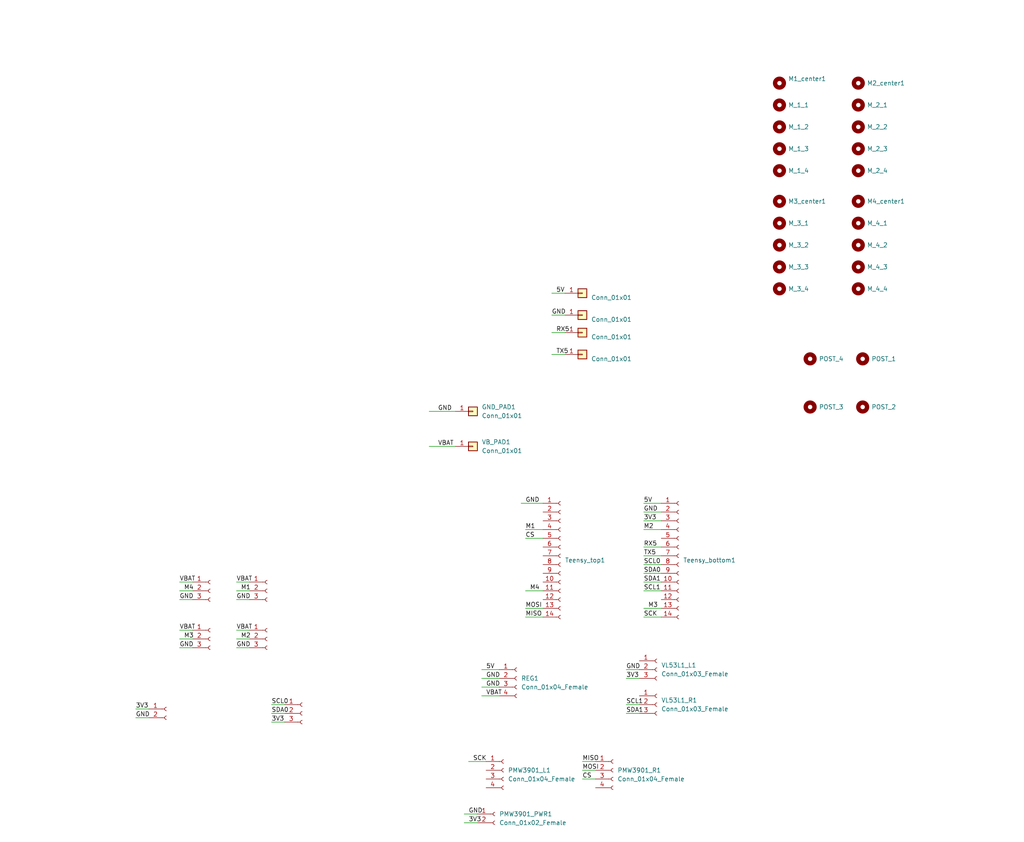
<source format=kicad_sch>
(kicad_sch (version 20250114) (generator "eeschema") (generator_version "9.0")
  (paper "User" 297.002 244.323)
  (lib_symbols
    (symbol "Connector:Conn_01x02_Female" (pin_names (offset 1.016) (hide yes))
      (property "Reference" "J" (at 0 2.54 0))
      (property "Value" "Conn_01x02_Female" (at 0 -5.08 0))
      (symbol "Conn_01x02_Female_1_1"
        (polyline (pts (xy -1.27 0) (xy -0.508 0)) (stroke (width 0.1524)))
        (polyline (pts (xy -1.27 -2.54) (xy -0.508 -2.54)) (stroke (width 0.1524)))
        (arc (start 0 -0.508) (mid -0.5058 0) (end 0 0.508) (stroke (width 0.1524)))
        (arc (start 0 -3.048) (mid -0.5058 -2.54) (end 0 -2.032) (stroke (width 0.1524)))
        (pin passive line (at -5.08 0 0) (length 3.81) (name "Pin_1") (number "1"))
        (pin passive line (at -5.08 -2.54 0) (length 3.81) (name "Pin_2") (number "2"))
      )
    )
    (symbol "Connector:Conn_01x03_Female" (pin_names (offset 1.016) (hide yes))
      (property "Reference" "J" (at 0 5.08 0))
      (property "Value" "Conn_01x03_Female" (at 0 -5.08 0))
      (symbol "Conn_01x03_Female_1_1"
        (polyline (pts (xy -1.27 2.54) (xy -0.508 2.54)) (stroke (width 0.1524)))
        (polyline (pts (xy -1.27 0) (xy -0.508 0)) (stroke (width 0.1524)))
        (polyline (pts (xy -1.27 -2.54) (xy -0.508 -2.54)) (stroke (width 0.1524)))
        (arc (start 0 2.032) (mid -0.5058 2.54) (end 0 3.048) (stroke (width 0.1524)))
        (arc (start 0 -0.508) (mid -0.5058 0) (end 0 0.508) (stroke (width 0.1524)))
        (arc (start 0 -3.048) (mid -0.5058 -2.54) (end 0 -2.032) (stroke (width 0.1524)))
        (pin passive line (at -5.08 2.54 0) (length 3.81) (name "Pin_1") (number "1"))
        (pin passive line (at -5.08 0 0) (length 3.81) (name "Pin_2") (number "2"))
        (pin passive line (at -5.08 -2.54 0) (length 3.81) (name "Pin_3") (number "3"))
      )
    )
    (symbol "Connector:Conn_01x04_Female" (pin_names (offset 1.016) (hide yes))
      (property "Reference" "J" (at 0 5.08 0))
      (property "Value" "Conn_01x04_Female" (at 0 -7.62 0))
      (symbol "Conn_01x04_Female_1_1"
        (polyline (pts (xy -1.27 2.54) (xy -0.508 2.54)) (stroke (width 0.1524)))
        (polyline (pts (xy -1.27 0) (xy -0.508 0)) (stroke (width 0.1524)))
        (polyline (pts (xy -1.27 -2.54) (xy -0.508 -2.54)) (stroke (width 0.1524)))
        (polyline (pts (xy -1.27 -5.08) (xy -0.508 -5.08)) (stroke (width 0.1524)))
        (arc (start 0 2.032) (mid -0.5058 2.54) (end 0 3.048) (stroke (width 0.1524)))
        (arc (start 0 -0.508) (mid -0.5058 0) (end 0 0.508) (stroke (width 0.1524)))
        (arc (start 0 -3.048) (mid -0.5058 -2.54) (end 0 -2.032) (stroke (width 0.1524)))
        (arc (start 0 -5.588) (mid -0.5058 -5.08) (end 0 -4.572) (stroke (width 0.1524)))
        (pin passive line (at -5.08 2.54 0) (length 3.81) (name "Pin_1") (number "1"))
        (pin passive line (at -5.08 0 0) (length 3.81) (name "Pin_2") (number "2"))
        (pin passive line (at -5.08 -2.54 0) (length 3.81) (name "Pin_3") (number "3"))
        (pin passive line (at -5.08 -5.08 0) (length 3.81) (name "Pin_4") (number "4"))
      )
    )
    (symbol "Connector:Conn_01x14_Female" (pin_names (offset 1.016) (hide yes))
      (property "Reference" "J" (at 0 17.78 0))
      (property "Value" "Conn_01x14_Female" (at 0 -20.32 0))
      (symbol "Conn_01x14_Female_1_1"
        (polyline (pts (xy -1.27 15.24) (xy -0.508 15.24)) (stroke (width 0.1524)))
        (polyline (pts (xy -1.27 12.7) (xy -0.508 12.7)) (stroke (width 0.1524)))
        (polyline (pts (xy -1.27 10.16) (xy -0.508 10.16)) (stroke (width 0.1524)))
        (polyline (pts (xy -1.27 7.62) (xy -0.508 7.62)) (stroke (width 0.1524)))
        (polyline (pts (xy -1.27 5.08) (xy -0.508 5.08)) (stroke (width 0.1524)))
        (polyline (pts (xy -1.27 2.54) (xy -0.508 2.54)) (stroke (width 0.1524)))
        (polyline (pts (xy -1.27 0) (xy -0.508 0)) (stroke (width 0.1524)))
        (polyline (pts (xy -1.27 -2.54) (xy -0.508 -2.54)) (stroke (width 0.1524)))
        (polyline (pts (xy -1.27 -5.08) (xy -0.508 -5.08)) (stroke (width 0.1524)))
        (polyline (pts (xy -1.27 -7.62) (xy -0.508 -7.62)) (stroke (width 0.1524)))
        (polyline (pts (xy -1.27 -10.16) (xy -0.508 -10.16)) (stroke (width 0.1524)))
        (polyline (pts (xy -1.27 -12.7) (xy -0.508 -12.7)) (stroke (width 0.1524)))
        (polyline (pts (xy -1.27 -15.24) (xy -0.508 -15.24)) (stroke (width 0.1524)))
        (polyline (pts (xy -1.27 -17.78) (xy -0.508 -17.78)) (stroke (width 0.1524)))
        (arc (start 0 14.732) (mid -0.5058 15.24) (end 0 15.748) (stroke (width 0.1524)))
        (arc (start 0 12.192) (mid -0.5058 12.7) (end 0 13.208) (stroke (width 0.1524)))
        (arc (start 0 9.652) (mid -0.5058 10.16) (end 0 10.668) (stroke (width 0.1524)))
        (arc (start 0 7.112) (mid -0.5058 7.62) (end 0 8.128) (stroke (width 0.1524)))
        (arc (start 0 4.572) (mid -0.5058 5.08) (end 0 5.588) (stroke (width 0.1524)))
        (arc (start 0 2.032) (mid -0.5058 2.54) (end 0 3.048) (stroke (width 0.1524)))
        (arc (start 0 -0.508) (mid -0.5058 0) (end 0 0.508) (stroke (width 0.1524)))
        (arc (start 0 -3.048) (mid -0.5058 -2.54) (end 0 -2.032) (stroke (width 0.1524)))
        (arc (start 0 -5.588) (mid -0.5058 -5.08) (end 0 -4.572) (stroke (width 0.1524)))
        (arc (start 0 -8.128) (mid -0.5058 -7.62) (end 0 -7.112) (stroke (width 0.1524)))
        (arc (start 0 -10.668) (mid -0.5058 -10.16) (end 0 -9.652) (stroke (width 0.1524)))
        (arc (start 0 -13.208) (mid -0.5058 -12.7) (end 0 -12.192) (stroke (width 0.1524)))
        (arc (start 0 -15.748) (mid -0.5058 -15.24) (end 0 -14.732) (stroke (width 0.1524)))
        (arc (start 0 -18.288) (mid -0.5058 -17.78) (end 0 -17.272) (stroke (width 0.1524)))
        (pin passive line (at -5.08 15.24 0) (length 3.81) (name "Pin_1") (number "1"))
        (pin passive line (at -5.08 12.7 0) (length 3.81) (name "Pin_2") (number "2"))
        (pin passive line (at -5.08 10.16 0) (length 3.81) (name "Pin_3") (number "3"))
        (pin passive line (at -5.08 7.62 0) (length 3.81) (name "Pin_4") (number "4"))
        (pin passive line (at -5.08 5.08 0) (length 3.81) (name "Pin_5") (number "5"))
        (pin passive line (at -5.08 2.54 0) (length 3.81) (name "Pin_6") (number "6"))
        (pin passive line (at -5.08 0 0) (length 3.81) (name "Pin_7") (number "7"))
        (pin passive line (at -5.08 -2.54 0) (length 3.81) (name "Pin_8") (number "8"))
        (pin passive line (at -5.08 -5.08 0) (length 3.81) (name "Pin_9") (number "9"))
        (pin passive line (at -5.08 -7.62 0) (length 3.81) (name "Pin_10") (number "10"))
        (pin passive line (at -5.08 -10.16 0) (length 3.81) (name "Pin_11") (number "11"))
        (pin passive line (at -5.08 -12.7 0) (length 3.81) (name "Pin_12") (number "12"))
        (pin passive line (at -5.08 -15.24 0) (length 3.81) (name "Pin_13") (number "13"))
        (pin passive line (at -5.08 -17.78 0) (length 3.81) (name "Pin_14") (number "14"))
      )
    )
    (symbol "Connector_Generic:Conn_01x01" (pin_names (offset 1.016) (hide yes))
      (property "Reference" "J" (at 0 2.54 0))
      (property "Value" "Conn_01x01" (at 0 -2.54 0))
      (symbol "Conn_01x01_1_1"
        (rectangle (start -1.27 1.27) (end 1.27 -1.27) (stroke (width 0.254)) (fill (type background)))
        (rectangle (start -1.27 0.127) (end 0 -0.127) (stroke (width 0.1524)))
        (pin passive line (at -5.08 0 0) (length 3.81) (name "Pin_1") (number "1"))
      )
    )
    (symbol "Mechanical:MountingHole" (pin_names (offset 1.016))
      (property "Reference" "H" (at 0 5.08 0))
      (property "Value" "MountingHole" (at 0 3.175 0))
      (symbol "MountingHole_0_1"
        (circle (center 0 0) (radius 1.27) (stroke (width 1.27)))
      )
    )
  )
  (wire (pts (xy 181.61 207.01) (xy 185.42 207.01)))
  (wire (pts (xy 124.46 119.38) (xy 132.08 119.38)))
  (wire (pts (xy 186.69 171.45) (xy 191.77 171.45)))
  (wire (pts (xy 139.7 194.31) (xy 144.78 194.31)))
  (wire (pts (xy 186.69 179.07) (xy 191.77 179.07)))
  (wire (pts (xy 152.4 179.07) (xy 157.48 179.07)))
  (wire (pts (xy 134.62 238.76) (xy 138.43 238.76)))
  (wire (pts (xy 52.07 173.99) (xy 55.88 173.99)))
  (wire (pts (xy 135.89 220.98) (xy 140.97 220.98)))
  (wire (pts (xy 186.69 168.91) (xy 191.77 168.91)))
  (wire (pts (xy 152.4 153.67) (xy 157.48 153.67)))
  (wire (pts (xy 39.37 208.28) (xy 43.18 208.28)))
  (wire (pts (xy 160.02 91.44) (xy 163.83 91.44)))
  (wire (pts (xy 134.62 236.22) (xy 138.43 236.22)))
  (wire (pts (xy 160.02 102.87) (xy 163.83 102.87)))
  (wire (pts (xy 52.07 187.96) (xy 55.88 187.96)))
  (wire (pts (xy 186.69 158.75) (xy 191.77 158.75)))
  (wire (pts (xy 139.7 196.85) (xy 144.78 196.85)))
  (wire (pts (xy 68.58 185.42) (xy 72.39 185.42)))
  (wire (pts (xy 68.58 182.88) (xy 72.39 182.88)))
  (wire (pts (xy 160.02 96.52) (xy 163.83 96.52)))
  (wire (pts (xy 186.69 153.67) (xy 191.77 153.67)))
  (wire (pts (xy 39.37 205.74) (xy 43.18 205.74)))
  (wire (pts (xy 186.69 176.53) (xy 191.77 176.53)))
  (wire (pts (xy 168.91 220.98) (xy 172.72 220.98)))
  (wire (pts (xy 78.74 204.47) (xy 82.55 204.47)))
  (wire (pts (xy 78.74 207.01) (xy 82.55 207.01)))
  (wire (pts (xy 124.46 129.54) (xy 132.08 129.54)))
  (wire (pts (xy 186.69 163.83) (xy 191.77 163.83)))
  (wire (pts (xy 139.7 201.93) (xy 144.78 201.93)))
  (wire (pts (xy 186.69 146.05) (xy 191.77 146.05)))
  (wire (pts (xy 186.69 161.29) (xy 191.77 161.29)))
  (wire (pts (xy 186.69 148.59) (xy 191.77 148.59)))
  (wire (pts (xy 181.61 194.31) (xy 185.42 194.31)))
  (wire (pts (xy 181.61 204.47) (xy 185.42 204.47)))
  (wire (pts (xy 152.4 171.45) (xy 157.48 171.45)))
  (wire (pts (xy 186.69 151.13) (xy 191.77 151.13)))
  (wire (pts (xy 52.07 185.42) (xy 55.88 185.42)))
  (wire (pts (xy 186.69 166.37) (xy 191.77 166.37)))
  (wire (pts (xy 52.07 168.91) (xy 55.88 168.91)))
  (wire (pts (xy 68.58 173.99) (xy 72.39 173.99)))
  (wire (pts (xy 168.91 223.52) (xy 172.72 223.52)))
  (wire (pts (xy 181.61 196.85) (xy 185.42 196.85)))
  (wire (pts (xy 152.4 176.53) (xy 157.48 176.53)))
  (wire (pts (xy 168.91 226.06) (xy 172.72 226.06)))
  (wire (pts (xy 160.02 85.09) (xy 163.83 85.09)))
  (wire (pts (xy 78.74 209.55) (xy 82.55 209.55)))
  (wire (pts (xy 52.07 171.45) (xy 55.88 171.45)))
  (wire (pts (xy 68.58 171.45) (xy 72.39 171.45)))
  (wire (pts (xy 151.13 146.05) (xy 157.48 146.05)))
  (wire (pts (xy 68.58 168.91) (xy 72.39 168.91)))
  (wire (pts (xy 152.4 156.21) (xy 157.48 156.21)))
  (wire (pts (xy 68.58 187.96) (xy 72.39 187.96)))
  (wire (pts (xy 139.7 199.39) (xy 144.78 199.39)))
  (wire (pts (xy 52.07 182.88) (xy 55.88 182.88)))
  (label "SCL0" (at 186.69 163.83 0))
  (label "GND" (at 52.07 173.99 0))
  (label "5V" (at 186.69 146.05 0))
  (label "SDA1" (at 186.69 168.91 0))
  (label "M1" (at 69.85 171.45 0))
  (label "RX5" (at 186.69 158.75 0))
  (label "MISO" (at 152.4 179.07 0))
  (label "GND" (at 181.61 194.31 0))
  (label "SCL1" (at 181.61 204.47 0))
  (label "SCK" (at 186.69 179.07 0))
  (label "VBAT" (at 52.07 168.91 0))
  (label "TX5" (at 186.69 161.29 0))
  (label "3V3" (at 186.69 151.13 0))
  (label "GND" (at 52.07 187.96 0))
  (label "SCL0" (at 78.74 204.47 0))
  (label "VBAT" (at 127 129.54 0))
  (label "5V" (at 161.29 85.09 0))
  (label "3V3" (at 181.61 196.85 0))
  (label "SCK" (at 137.16 220.98 0))
  (label "CS" (at 152.4 156.21 0))
  (label "VBAT" (at 68.58 168.91 0))
  (label "RX5" (at 161.29 96.52 0))
  (label "3V3" (at 39.37 205.74 0))
  (label "GND" (at 152.4 146.05 0))
  (label "MOSI" (at 168.91 223.52 0))
  (label "M2" (at 69.85 185.42 0))
  (label "GND" (at 186.69 148.59 0))
  (label "3V3" (at 78.74 209.55 0))
  (label "GND" (at 160.02 91.44 0))
  (label "MISO" (at 168.91 220.98 0))
  (label "M4" (at 53.34 171.45 0))
  (label "GND" (at 140.97 196.85 0))
  (label "SCL1" (at 186.69 171.45 0))
  (label "CS" (at 168.91 226.06 0))
  (label "VBAT" (at 52.07 182.88 0))
  (label "VBAT" (at 68.58 182.88 0))
  (label "M3" (at 53.34 185.42 0))
  (label "GND" (at 127 119.38 0))
  (label "M4" (at 153.67 171.45 0))
  (label "VBAT" (at 140.97 201.93 0))
  (label "GND" (at 68.58 187.96 0))
  (label "SDA0" (at 78.74 207.01 0))
  (label "3V3" (at 135.89 238.76 0))
  (label "SDA1" (at 181.61 207.01 0))
  (label "TX5" (at 161.29 102.87 0))
  (label "GND" (at 39.37 208.28 0))
  (label "M3" (at 187.96 176.53 0))
  (label "GND" (at 140.97 199.39 0))
  (label "GND" (at 68.58 173.99 0))
  (label "GND" (at 135.89 236.22 0))
  (label "M1" (at 152.4 153.67 0))
  (label "SDA0" (at 186.69 166.37 0))
  (label "MOSI" (at 152.4 176.53 0))
  (label "5V" (at 140.97 194.31 0))
  (label "M2" (at 186.69 153.67 0))
  (symbol (lib_id "Mechanical:MountingHole") (at 250.19 104.14 0) (unit 1)
    (property "Reference" "POST_1" (at 252.73 104.1399 0) (effects (justify left)))
    (property "Value" "MountingHole" (effects (hide yes)))
    (property "Footprint" "MountingHole:MountingHole_2.2mm_M2" (effects (hide yes)))
    (property "Description" "Mounting Hole without connection" (effects (hide yes)))
  )
  (symbol (lib_id "Connector_Generic:Conn_01x01") (at 168.91 91.44 0) (unit 1)
    (property "Reference" "GND_PAD18" (effects (hide yes)))
    (property "Value" "Conn_01x01" (at 171.45 92.7099 0) (effects (justify left)))
    (property "Footprint" "Connector_Wire:SolderWirePad_1x01_SMD_5x10mm" (effects (hide yes)))
    (property "Description" "Generic connector, single row, 01x01, script generated (kicad-library-utils/schlib/autogen/connector/)" (effects (hide yes)))
  )
  (symbol (lib_id "Mechanical:MountingHole") (at 248.92 58.42 0) (unit 1)
    (property "Reference" "M4_center1" (at 251.46 58.4199 0) (effects (justify left)))
    (property "Value" "MountingHole" (effects (hide yes)))
    (property "Footprint" "MountingHole:MountingHole_5.5mm" (effects (hide yes)))
    (property "Description" "Mounting Hole without connection" (effects (hide yes)))
  )
  (symbol (lib_id "Mechanical:MountingHole") (at 226.06 43.18 0) (unit 1)
    (property "Reference" "M_1_3" (at 228.6 43.1799 0) (effects (justify left)))
    (property "Value" "MountingHole" (effects (hide yes)))
    (property "Footprint" "MountingHole:MountingHole_2.2mm_M2" (effects (hide yes)))
    (property "Description" "Mounting Hole without connection" (effects (hide yes)))
  )
  (symbol (lib_id "Mechanical:MountingHole") (at 226.06 77.47 0) (unit 1)
    (property "Reference" "M_3_3" (at 228.6 77.4699 0) (effects (justify left)))
    (property "Value" "MountingHole" (effects (hide yes)))
    (property "Footprint" "MountingHole:MountingHole_2.2mm_M2" (effects (hide yes)))
    (property "Description" "Mounting Hole without connection" (effects (hide yes)))
  )
  (symbol (lib_id "Connector:Conn_01x04_Female") (at 177.8 223.52 0) (unit 1)
    (property "Reference" "PMW3901_R1" (at 179.07 223.5199 0) (effects (justify left)))
    (property "Value" "Conn_01x04_Female" (at 179.07 226.0599 0) (effects (justify left)))
    (property "Footprint" "Connector_PinSocket_2.54mm:PinSocket_1x04_P2.54mm_Vertical" (effects (hide yes)))
    (property "Description" "Generic connector, single row, 01x04, script generated (kicad-library-utils/schlib/autogen/connector/)" (effects (hide yes)))
  )
  (symbol (lib_id "Connector_Generic:Conn_01x01") (at 168.91 102.87 0) (unit 1)
    (property "Reference" "GND_PAD21" (effects (hide yes)))
    (property "Value" "Conn_01x01" (at 171.45 104.1399 0) (effects (justify left)))
    (property "Footprint" "Connector_Wire:SolderWirePad_1x01_SMD_5x10mm" (effects (hide yes)))
    (property "Description" "Generic connector, single row, 01x01, script generated (kicad-library-utils/schlib/autogen/connector/)" (effects (hide yes)))
  )
  (symbol (lib_id "Connector:Conn_01x04_Female") (at 149.86 196.85 0) (unit 1)
    (property "Reference" "REG1" (at 151.13 196.8499 0) (effects (justify left)))
    (property "Value" "Conn_01x04_Female" (at 151.13 199.3899 0) (effects (justify left)))
    (property "Footprint" "Connector_PinSocket_2.54mm:PinSocket_1x04_P2.54mm_Vertical" (effects (hide yes)))
    (property "Description" "Generic connector, single row, 01x04, script generated (kicad-library-utils/schlib/autogen/connector/)" (effects (hide yes)))
  )
  (symbol (lib_id "Mechanical:MountingHole") (at 226.06 71.12 0) (unit 1)
    (property "Reference" "M_3_2" (at 228.6 71.1199 0) (effects (justify left)))
    (property "Value" "MountingHole" (effects (hide yes)))
    (property "Footprint" "MountingHole:MountingHole_2.2mm_M2" (effects (hide yes)))
    (property "Description" "Mounting Hole without connection" (effects (hide yes)))
  )
  (symbol (lib_id "Mechanical:MountingHole") (at 226.06 24.13 0) (unit 1)
    (property "Reference" "M1_center1" (at 228.6 22.8599 0) (effects (justify left)))
    (property "Value" "MountingHole" (effects (hide yes)))
    (property "Footprint" "MountingHole:MountingHole_5.5mm" (effects (hide yes)))
    (property "Description" "Mounting Hole without connection" (effects (hide yes)))
  )
  (symbol (lib_id "Connector_Generic:Conn_01x01") (at 168.91 96.52 0) (unit 1)
    (property "Reference" "GND_PAD20" (effects (hide yes)))
    (property "Value" "Conn_01x01" (at 171.45 97.7899 0) (effects (justify left)))
    (property "Footprint" "Connector_Wire:SolderWirePad_1x01_SMD_5x10mm" (effects (hide yes)))
    (property "Description" "Generic connector, single row, 01x01, script generated (kicad-library-utils/schlib/autogen/connector/)" (effects (hide yes)))
  )
  (symbol (lib_id "Connector:Conn_01x03_Female") (at 77.47 171.45 0) (unit 1)
    (property "Reference" "VL53L1_L2" (effects (hide yes)))
    (property "Value" "Conn_01x03_Female" (effects (hide yes)))
    (property "Footprint" "Connector_PinHeader_2.54mm:PinHeader_1x03_P2.54mm_Vertical" (effects (hide yes)))
    (property "Description" "Generic connector, single row, 01x03, script generated (kicad-library-utils/schlib/autogen/connector/)" (effects (hide yes)))
  )
  (symbol (lib_id "Connector_Generic:Conn_01x01") (at 137.16 129.54 0) (unit 1)
    (property "Reference" "VB_PAD1" (at 139.7 128.2699 0) (effects (justify left)))
    (property "Value" "Conn_01x01" (at 139.7 130.8099 0) (effects (justify left)))
    (property "Footprint" "Connector_Wire:SolderWirePad_1x01_SMD_5x10mm" (effects (hide yes)))
    (property "Description" "Generic connector, single row, 01x01, script generated (kicad-library-utils/schlib/autogen/connector/)" (effects (hide yes)))
  )
  (symbol (lib_id "Connector:Conn_01x03_Female") (at 190.5 194.31 0) (unit 1)
    (property "Reference" "VL53L1_L1" (at 191.77 193.0399 0) (effects (justify left)))
    (property "Value" "Conn_01x03_Female" (at 191.77 195.5799 0) (effects (justify left)))
    (property "Footprint" "Connector_PinHeader_2.54mm:PinHeader_1x03_P2.54mm_Vertical" (effects (hide yes)))
    (property "Description" "Generic connector, single row, 01x03, script generated (kicad-library-utils/schlib/autogen/connector/)" (effects (hide yes)))
  )
  (symbol (lib_id "Connector:Conn_01x02_Female") (at 48.26 205.74 0) (unit 1)
    (property "Reference" "PMW3901_PWR2" (effects (hide yes)))
    (property "Value" "Conn_01x02_Female" (effects (hide yes)))
    (property "Footprint" "Connector_PinHeader_2.54mm:PinHeader_1x02_P2.54mm_Vertical" (effects (hide yes)))
    (property "Description" "Generic connector, single row, 01x02, script generated (kicad-library-utils/schlib/autogen/connector/)" (effects (hide yes)))
  )
  (symbol (lib_id "Connector:Conn_01x14_Female") (at 162.56 161.29 0) (unit 1)
    (property "Reference" "Teensy_top1" (at 163.83 162.5599 0) (effects (justify left)))
    (property "Value" "Conn_01x14_Female" (effects (hide yes)))
    (property "Footprint" "Connector_PinSocket_2.54mm:PinSocket_1x14_P2.54mm_Vertical" (effects (hide yes)))
    (property "Description" "Generic connector, single row, 01x14, script generated (kicad-library-utils/schlib/autogen/connector/)" (effects (hide yes)))
  )
  (symbol (lib_id "Connector:Conn_01x03_Female") (at 77.47 185.42 0) (unit 1)
    (property "Reference" "VL53L1_L3" (effects (hide yes)))
    (property "Value" "Conn_01x03_Female" (effects (hide yes)))
    (property "Footprint" "Connector_PinHeader_2.54mm:PinHeader_1x03_P2.54mm_Vertical" (effects (hide yes)))
    (property "Description" "Generic connector, single row, 01x03, script generated (kicad-library-utils/schlib/autogen/connector/)" (effects (hide yes)))
  )
  (symbol (lib_id "Mechanical:MountingHole") (at 248.92 77.47 0) (unit 1)
    (property "Reference" "M_4_3" (at 251.46 77.4699 0) (effects (justify left)))
    (property "Value" "MountingHole" (effects (hide yes)))
    (property "Footprint" "MountingHole:MountingHole_2.2mm_M2" (effects (hide yes)))
    (property "Description" "Mounting Hole without connection" (effects (hide yes)))
  )
  (symbol (lib_id "Mechanical:MountingHole") (at 248.92 49.53 0) (unit 1)
    (property "Reference" "M_2_4" (at 251.46 49.5299 0) (effects (justify left)))
    (property "Value" "MountingHole" (effects (hide yes)))
    (property "Footprint" "MountingHole:MountingHole_2.2mm_M2" (effects (hide yes)))
    (property "Description" "Mounting Hole without connection" (effects (hide yes)))
  )
  (symbol (lib_id "Mechanical:MountingHole") (at 248.92 83.82 0) (unit 1)
    (property "Reference" "M_4_4" (at 251.46 83.8199 0) (effects (justify left)))
    (property "Value" "MountingHole" (effects (hide yes)))
    (property "Footprint" "MountingHole:MountingHole_2.2mm_M2" (effects (hide yes)))
    (property "Description" "Mounting Hole without connection" (effects (hide yes)))
  )
  (symbol (lib_id "Mechanical:MountingHole") (at 226.06 64.77 0) (unit 1)
    (property "Reference" "M_3_1" (at 228.6 64.7699 0) (effects (justify left)))
    (property "Value" "MountingHole" (effects (hide yes)))
    (property "Footprint" "MountingHole:MountingHole_2.2mm_M2" (effects (hide yes)))
    (property "Description" "Mounting Hole without connection" (effects (hide yes)))
  )
  (symbol (lib_id "Mechanical:MountingHole") (at 226.06 30.48 0) (unit 1)
    (property "Reference" "M_1_1" (at 228.6 30.4799 0) (effects (justify left)))
    (property "Value" "MountingHole" (effects (hide yes)))
    (property "Footprint" "MountingHole:MountingHole_2.2mm_M2" (effects (hide yes)))
    (property "Description" "Mounting Hole without connection" (effects (hide yes)))
  )
  (symbol (lib_id "Connector:Conn_01x03_Female") (at 87.63 207.01 0) (unit 1)
    (property "Reference" "Motor5" (effects (hide yes)))
    (property "Value" "Conn_01x03_Female" (effects (hide yes)))
    (property "Footprint" "Connector_PinHeader_2.54mm:PinHeader_1x03_P2.54mm_Vertical" (effects (hide yes)))
    (property "Description" "Generic connector, single row, 01x03, script generated (kicad-library-utils/schlib/autogen/connector/)" (effects (hide yes)))
  )
  (symbol (lib_id "Connector:Conn_01x03_Female") (at 190.5 204.47 0) (unit 1)
    (property "Reference" "VL53L1_R1" (at 191.77 203.1999 0) (effects (justify left)))
    (property "Value" "Conn_01x03_Female" (at 191.77 205.7399 0) (effects (justify left)))
    (property "Footprint" "Connector_PinHeader_2.54mm:PinHeader_1x03_P2.54mm_Vertical" (effects (hide yes)))
    (property "Description" "Generic connector, single row, 01x03, script generated (kicad-library-utils/schlib/autogen/connector/)" (effects (hide yes)))
  )
  (symbol (lib_id "Mechanical:MountingHole") (at 234.95 104.14 0) (unit 1)
    (property "Reference" "POST_4" (at 237.49 104.1399 0) (effects (justify left)))
    (property "Value" "MountingHole" (effects (hide yes)))
    (property "Footprint" "MountingHole:MountingHole_2.2mm_M2" (effects (hide yes)))
    (property "Description" "Mounting Hole without connection" (effects (hide yes)))
  )
  (symbol (lib_id "Connector:Conn_01x04_Female") (at 146.05 223.52 0) (unit 1)
    (property "Reference" "PMW3901_L1" (at 147.32 223.5199 0) (effects (justify left)))
    (property "Value" "Conn_01x04_Female" (at 147.32 226.0599 0) (effects (justify left)))
    (property "Footprint" "Connector_PinSocket_2.54mm:PinSocket_1x04_P2.54mm_Vertical" (effects (hide yes)))
    (property "Description" "Generic connector, single row, 01x04, script generated (kicad-library-utils/schlib/autogen/connector/)" (effects (hide yes)))
  )
  (symbol (lib_id "Mechanical:MountingHole") (at 248.92 24.13 0) (unit 1)
    (property "Reference" "M2_center1" (at 251.46 24.1299 0) (effects (justify left)))
    (property "Value" "MountingHole" (effects (hide yes)))
    (property "Footprint" "MountingHole:MountingHole_5.5mm" (effects (hide yes)))
    (property "Description" "Mounting Hole without connection" (effects (hide yes)))
  )
  (symbol (lib_id "Connector:Conn_01x14_Female") (at 196.85 161.29 0) (unit 1)
    (property "Reference" "Teensy_bottom1" (at 198.12 162.5599 0) (effects (justify left)))
    (property "Value" "Conn_01x14_Female" (effects (hide yes)))
    (property "Footprint" "Connector_PinSocket_2.54mm:PinSocket_1x14_P2.54mm_Vertical" (effects (hide yes)))
    (property "Description" "Generic connector, single row, 01x14, script generated (kicad-library-utils/schlib/autogen/connector/)" (effects (hide yes)))
  )
  (symbol (lib_id "Mechanical:MountingHole") (at 248.92 43.18 0) (unit 1)
    (property "Reference" "M_2_3" (at 251.46 43.1799 0) (effects (justify left)))
    (property "Value" "MountingHole" (effects (hide yes)))
    (property "Footprint" "MountingHole:MountingHole_2.2mm_M2" (effects (hide yes)))
    (property "Description" "Mounting Hole without connection" (effects (hide yes)))
  )
  (symbol (lib_id "Connector:Conn_01x03_Female") (at 60.96 185.42 0) (unit 1)
    (property "Reference" "VL53L1_L5" (effects (hide yes)))
    (property "Value" "Conn_01x03_Female" (effects (hide yes)))
    (property "Footprint" "Connector_PinHeader_2.54mm:PinHeader_1x03_P2.54mm_Vertical" (effects (hide yes)))
    (property "Description" "Generic connector, single row, 01x03, script generated (kicad-library-utils/schlib/autogen/connector/)" (effects (hide yes)))
  )
  (symbol (lib_id "Connector:Conn_01x02_Female") (at 143.51 236.22 0) (unit 1)
    (property "Reference" "PMW3901_PWR1" (at 144.78 236.2199 0) (effects (justify left)))
    (property "Value" "Conn_01x02_Female" (at 144.78 238.7599 0) (effects (justify left)))
    (property "Footprint" "Connector_PinHeader_2.54mm:PinHeader_1x02_P2.54mm_Vertical" (effects (hide yes)))
    (property "Description" "Generic connector, single row, 01x02, script generated (kicad-library-utils/schlib/autogen/connector/)" (effects (hide yes)))
  )
  (symbol (lib_id "Mechanical:MountingHole") (at 248.92 64.77 0) (unit 1)
    (property "Reference" "M_4_1" (at 251.46 64.7699 0) (effects (justify left)))
    (property "Value" "MountingHole" (effects (hide yes)))
    (property "Footprint" "MountingHole:MountingHole_2.2mm_M2" (effects (hide yes)))
    (property "Description" "Mounting Hole without connection" (effects (hide yes)))
  )
  (symbol (lib_id "Mechanical:MountingHole") (at 226.06 36.83 0) (unit 1)
    (property "Reference" "M_1_2" (at 228.6 36.8299 0) (effects (justify left)))
    (property "Value" "MountingHole" (effects (hide yes)))
    (property "Footprint" "MountingHole:MountingHole_2.2mm_M2" (effects (hide yes)))
    (property "Description" "Mounting Hole without connection" (effects (hide yes)))
  )
  (symbol (lib_id "Connector_Generic:Conn_01x01") (at 168.91 85.09 0) (unit 1)
    (property "Reference" "GND_PAD19" (effects (hide yes)))
    (property "Value" "Conn_01x01" (at 171.45 86.3599 0) (effects (justify left)))
    (property "Footprint" "Connector_Wire:SolderWirePad_1x01_SMD_5x10mm" (effects (hide yes)))
    (property "Description" "Generic connector, single row, 01x01, script generated (kicad-library-utils/schlib/autogen/connector/)" (effects (hide yes)))
  )
  (symbol (lib_id "Mechanical:MountingHole") (at 248.92 71.12 0) (unit 1)
    (property "Reference" "M_4_2" (at 251.46 71.1199 0) (effects (justify left)))
    (property "Value" "MountingHole" (effects (hide yes)))
    (property "Footprint" "MountingHole:MountingHole_2.2mm_M2" (effects (hide yes)))
    (property "Description" "Mounting Hole without connection" (effects (hide yes)))
  )
  (symbol (lib_id "Mechanical:MountingHole") (at 226.06 83.82 0) (unit 1)
    (property "Reference" "M_3_4" (at 228.6 83.8199 0) (effects (justify left)))
    (property "Value" "MountingHole" (effects (hide yes)))
    (property "Footprint" "MountingHole:MountingHole_2.2mm_M2" (effects (hide yes)))
    (property "Description" "Mounting Hole without connection" (effects (hide yes)))
  )
  (symbol (lib_id "Mechanical:MountingHole") (at 250.19 118.11 0) (unit 1)
    (property "Reference" "POST_2" (at 252.73 118.1099 0) (effects (justify left)))
    (property "Value" "MountingHole" (effects (hide yes)))
    (property "Footprint" "MountingHole:MountingHole_2.2mm_M2" (effects (hide yes)))
    (property "Description" "Mounting Hole without connection" (effects (hide yes)))
  )
  (symbol (lib_id "Connector:Conn_01x03_Female") (at 60.96 171.45 0) (unit 1)
    (property "Reference" "VL53L1_L4" (effects (hide yes)))
    (property "Value" "Conn_01x03_Female" (effects (hide yes)))
    (property "Footprint" "Connector_PinHeader_2.54mm:PinHeader_1x03_P2.54mm_Vertical" (effects (hide yes)))
    (property "Description" "Generic connector, single row, 01x03, script generated (kicad-library-utils/schlib/autogen/connector/)" (effects (hide yes)))
  )
  (symbol (lib_id "Mechanical:MountingHole") (at 248.92 36.83 0) (unit 1)
    (property "Reference" "M_2_2" (at 251.46 36.8299 0) (effects (justify left)))
    (property "Value" "MountingHole" (effects (hide yes)))
    (property "Footprint" "MountingHole:MountingHole_2.2mm_M2" (effects (hide yes)))
    (property "Description" "Mounting Hole without connection" (effects (hide yes)))
  )
  (symbol (lib_id "Mechanical:MountingHole") (at 234.95 118.11 0) (unit 1)
    (property "Reference" "POST_3" (at 237.49 118.1099 0) (effects (justify left)))
    (property "Value" "MountingHole" (effects (hide yes)))
    (property "Footprint" "MountingHole:MountingHole_2.2mm_M2" (effects (hide yes)))
    (property "Description" "Mounting Hole without connection" (effects (hide yes)))
  )
  (symbol (lib_id "Connector_Generic:Conn_01x01") (at 137.16 119.38 0) (unit 1)
    (property "Reference" "GND_PAD1" (at 139.7 118.1099 0) (effects (justify left)))
    (property "Value" "Conn_01x01" (at 139.7 120.6499 0) (effects (justify left)))
    (property "Footprint" "Connector_Wire:SolderWirePad_1x01_SMD_5x10mm" (effects (hide yes)))
    (property "Description" "Generic connector, single row, 01x01, script generated (kicad-library-utils/schlib/autogen/connector/)" (effects (hide yes)))
  )
  (symbol (lib_id "Mechanical:MountingHole") (at 226.06 58.42 0) (unit 1)
    (property "Reference" "M3_center1" (at 228.6 58.4199 0) (effects (justify left)))
    (property "Value" "MountingHole" (effects (hide yes)))
    (property "Footprint" "MountingHole:MountingHole_5.5mm" (effects (hide yes)))
    (property "Description" "Mounting Hole without connection" (effects (hide yes)))
  )
  (symbol (lib_id "Mechanical:MountingHole") (at 248.92 30.48 0) (unit 1)
    (property "Reference" "M_2_1" (at 251.46 30.4799 0) (effects (justify left)))
    (property "Value" "MountingHole" (effects (hide yes)))
    (property "Footprint" "MountingHole:MountingHole_2.2mm_M2" (effects (hide yes)))
    (property "Description" "Mounting Hole without connection" (effects (hide yes)))
  )
  (symbol (lib_id "Mechanical:MountingHole") (at 226.06 49.53 0) (unit 1)
    (property "Reference" "M_1_4" (at 228.6 49.5299 0) (effects (justify left)))
    (property "Value" "MountingHole" (effects (hide yes)))
    (property "Footprint" "MountingHole:MountingHole_2.2mm_M2" (effects (hide yes)))
    (property "Description" "Mounting Hole without connection" (effects (hide yes)))
  )
)
</source>
